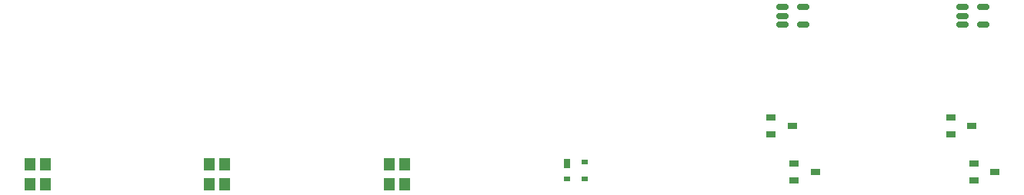
<source format=gbr>
%TF.GenerationSoftware,KiCad,Pcbnew,(6.0.2)*%
%TF.CreationDate,2022-03-21T22:00:24-04:00*%
%TF.ProjectId,Panel_Design_3,50616e65-6c5f-4446-9573-69676e5f332e,rev?*%
%TF.SameCoordinates,Original*%
%TF.FileFunction,Paste,Top*%
%TF.FilePolarity,Positive*%
%FSLAX46Y46*%
G04 Gerber Fmt 4.6, Leading zero omitted, Abs format (unit mm)*
G04 Created by KiCad (PCBNEW (6.0.2)) date 2022-03-21 22:00:24*
%MOMM*%
%LPD*%
G01*
G04 APERTURE LIST*
G04 Aperture macros list*
%AMRoundRect*
0 Rectangle with rounded corners*
0 $1 Rounding radius*
0 $2 $3 $4 $5 $6 $7 $8 $9 X,Y pos of 4 corners*
0 Add a 4 corners polygon primitive as box body*
4,1,4,$2,$3,$4,$5,$6,$7,$8,$9,$2,$3,0*
0 Add four circle primitives for the rounded corners*
1,1,$1+$1,$2,$3*
1,1,$1+$1,$4,$5*
1,1,$1+$1,$6,$7*
1,1,$1+$1,$8,$9*
0 Add four rect primitives between the rounded corners*
20,1,$1+$1,$2,$3,$4,$5,0*
20,1,$1+$1,$4,$5,$6,$7,0*
20,1,$1+$1,$6,$7,$8,$9,0*
20,1,$1+$1,$8,$9,$2,$3,0*%
G04 Aperture macros list end*
%ADD10R,1.050000X0.700000*%
%ADD11RoundRect,0.150000X-0.512500X-0.150000X0.512500X-0.150000X0.512500X0.150000X-0.512500X0.150000X0*%
%ADD12R,1.200000X1.400000*%
%ADD13R,0.700000X0.600000*%
%ADD14R,0.700000X1.000000*%
G04 APERTURE END LIST*
D10*
%TO.C,IC5*%
X141150000Y-63710001D03*
X141150000Y-65610001D03*
X143450000Y-64660001D03*
%TD*%
%TO.C,IC4*%
X138610000Y-58630001D03*
X138610000Y-60530001D03*
X140910000Y-59580001D03*
%TD*%
D11*
%TO.C,U4*%
X142147500Y-46510000D03*
X142147500Y-48410000D03*
X139872500Y-48410000D03*
X139872500Y-47460000D03*
X139872500Y-46510000D03*
%TD*%
D12*
%TO.C,Y3*%
X78500000Y-63800000D03*
X78500000Y-66000000D03*
X76800000Y-66000000D03*
X76800000Y-63800000D03*
%TD*%
%TO.C,Y2*%
X58720000Y-63800000D03*
X58720000Y-66000000D03*
X57020000Y-66000000D03*
X57020000Y-63800000D03*
%TD*%
D13*
%TO.C,U3*%
X98330000Y-63540000D03*
X98330000Y-65440000D03*
X96330000Y-65440000D03*
D14*
X96330000Y-63740000D03*
%TD*%
D12*
%TO.C,Y1*%
X38940000Y-63800000D03*
X38940000Y-66000000D03*
X37240000Y-66000000D03*
X37240000Y-63800000D03*
%TD*%
D10*
%TO.C,IC2*%
X118830000Y-58630001D03*
X118830000Y-60530001D03*
X121130000Y-59580001D03*
%TD*%
%TO.C,IC3*%
X121370000Y-63710001D03*
X121370000Y-65610001D03*
X123670000Y-64660001D03*
%TD*%
D11*
%TO.C,U2*%
X122367500Y-46510000D03*
X122367500Y-48410000D03*
X120092500Y-48410000D03*
X120092500Y-47460000D03*
X120092500Y-46510000D03*
%TD*%
M02*

</source>
